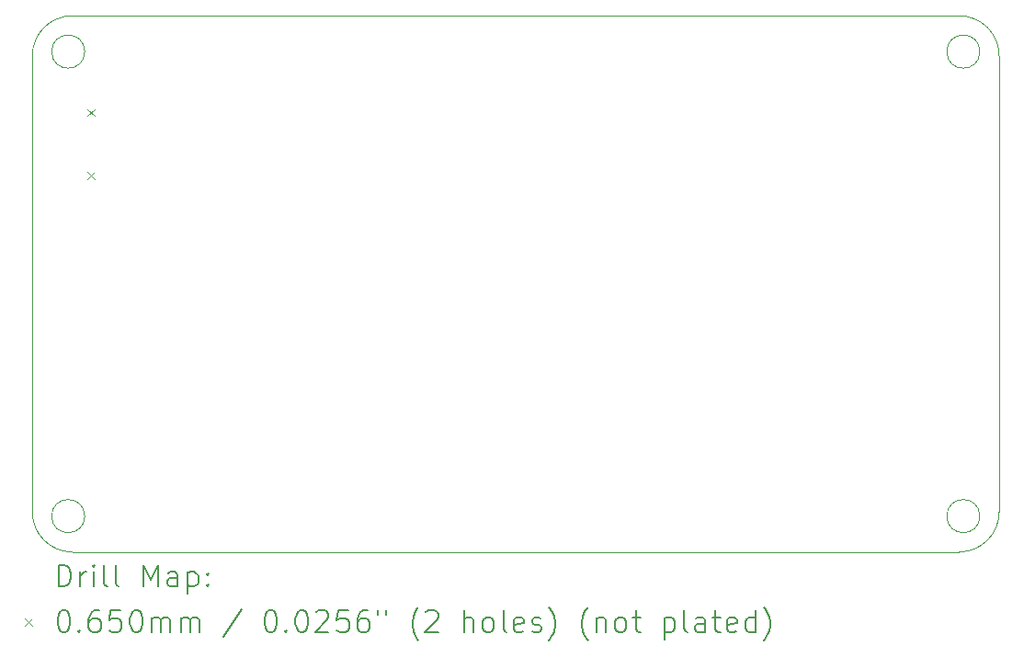
<source format=gbr>
%TF.GenerationSoftware,KiCad,Pcbnew,7.0.1*%
%TF.CreationDate,2023-08-31T11:45:32+03:00*%
%TF.ProjectId,esp32_hotplate_digital,65737033-325f-4686-9f74-706c6174655f,rev?*%
%TF.SameCoordinates,Original*%
%TF.FileFunction,Drillmap*%
%TF.FilePolarity,Positive*%
%FSLAX45Y45*%
G04 Gerber Fmt 4.5, Leading zero omitted, Abs format (unit mm)*
G04 Created by KiCad (PCBNEW 7.0.1) date 2023-08-31 11:45:32*
%MOMM*%
%LPD*%
G01*
G04 APERTURE LIST*
%ADD10C,0.100000*%
%ADD11C,0.200000*%
%ADD12C,0.065000*%
G04 APERTURE END LIST*
D10*
X13070840Y-5461000D02*
G75*
G03*
X13070840Y-5461000I-152400J0D01*
G01*
X4826000Y-5461000D02*
G75*
G03*
X4826000Y-5461000I-152400J0D01*
G01*
X4711700Y-5130800D02*
X12880340Y-5130800D01*
X13070840Y-9740900D02*
G75*
G03*
X13070840Y-9740900I-152400J0D01*
G01*
X12880340Y-10071100D02*
X4711700Y-10071100D01*
X4711700Y-5130800D02*
G75*
G03*
X4343400Y-5499100I0J-368300D01*
G01*
X4343400Y-9702800D02*
X4343400Y-5499100D01*
X13248640Y-5499100D02*
G75*
G03*
X12880340Y-5130800I-368300J0D01*
G01*
X13248640Y-5499100D02*
X13248640Y-9702800D01*
X12880340Y-10071100D02*
G75*
G03*
X13248640Y-9702800I0J368300D01*
G01*
X4343400Y-9702800D02*
G75*
G03*
X4711700Y-10071100I368300J0D01*
G01*
X4826000Y-9740900D02*
G75*
G03*
X4826000Y-9740900I-152400J0D01*
G01*
D11*
D12*
X4850180Y-5990400D02*
X4915180Y-6055400D01*
X4915180Y-5990400D02*
X4850180Y-6055400D01*
X4850180Y-6568400D02*
X4915180Y-6633400D01*
X4915180Y-6568400D02*
X4850180Y-6633400D01*
D11*
X4586019Y-10388624D02*
X4586019Y-10188624D01*
X4586019Y-10188624D02*
X4633638Y-10188624D01*
X4633638Y-10188624D02*
X4662210Y-10198148D01*
X4662210Y-10198148D02*
X4681257Y-10217195D01*
X4681257Y-10217195D02*
X4690781Y-10236243D01*
X4690781Y-10236243D02*
X4700305Y-10274338D01*
X4700305Y-10274338D02*
X4700305Y-10302910D01*
X4700305Y-10302910D02*
X4690781Y-10341005D01*
X4690781Y-10341005D02*
X4681257Y-10360052D01*
X4681257Y-10360052D02*
X4662210Y-10379100D01*
X4662210Y-10379100D02*
X4633638Y-10388624D01*
X4633638Y-10388624D02*
X4586019Y-10388624D01*
X4786019Y-10388624D02*
X4786019Y-10255290D01*
X4786019Y-10293386D02*
X4795543Y-10274338D01*
X4795543Y-10274338D02*
X4805067Y-10264814D01*
X4805067Y-10264814D02*
X4824114Y-10255290D01*
X4824114Y-10255290D02*
X4843162Y-10255290D01*
X4909829Y-10388624D02*
X4909829Y-10255290D01*
X4909829Y-10188624D02*
X4900305Y-10198148D01*
X4900305Y-10198148D02*
X4909829Y-10207671D01*
X4909829Y-10207671D02*
X4919352Y-10198148D01*
X4919352Y-10198148D02*
X4909829Y-10188624D01*
X4909829Y-10188624D02*
X4909829Y-10207671D01*
X5033638Y-10388624D02*
X5014590Y-10379100D01*
X5014590Y-10379100D02*
X5005067Y-10360052D01*
X5005067Y-10360052D02*
X5005067Y-10188624D01*
X5138400Y-10388624D02*
X5119352Y-10379100D01*
X5119352Y-10379100D02*
X5109829Y-10360052D01*
X5109829Y-10360052D02*
X5109829Y-10188624D01*
X5366971Y-10388624D02*
X5366971Y-10188624D01*
X5366971Y-10188624D02*
X5433638Y-10331481D01*
X5433638Y-10331481D02*
X5500305Y-10188624D01*
X5500305Y-10188624D02*
X5500305Y-10388624D01*
X5681257Y-10388624D02*
X5681257Y-10283862D01*
X5681257Y-10283862D02*
X5671733Y-10264814D01*
X5671733Y-10264814D02*
X5652686Y-10255290D01*
X5652686Y-10255290D02*
X5614590Y-10255290D01*
X5614590Y-10255290D02*
X5595543Y-10264814D01*
X5681257Y-10379100D02*
X5662209Y-10388624D01*
X5662209Y-10388624D02*
X5614590Y-10388624D01*
X5614590Y-10388624D02*
X5595543Y-10379100D01*
X5595543Y-10379100D02*
X5586019Y-10360052D01*
X5586019Y-10360052D02*
X5586019Y-10341005D01*
X5586019Y-10341005D02*
X5595543Y-10321957D01*
X5595543Y-10321957D02*
X5614590Y-10312433D01*
X5614590Y-10312433D02*
X5662209Y-10312433D01*
X5662209Y-10312433D02*
X5681257Y-10302910D01*
X5776495Y-10255290D02*
X5776495Y-10455290D01*
X5776495Y-10264814D02*
X5795543Y-10255290D01*
X5795543Y-10255290D02*
X5833638Y-10255290D01*
X5833638Y-10255290D02*
X5852686Y-10264814D01*
X5852686Y-10264814D02*
X5862209Y-10274338D01*
X5862209Y-10274338D02*
X5871733Y-10293386D01*
X5871733Y-10293386D02*
X5871733Y-10350529D01*
X5871733Y-10350529D02*
X5862209Y-10369576D01*
X5862209Y-10369576D02*
X5852686Y-10379100D01*
X5852686Y-10379100D02*
X5833638Y-10388624D01*
X5833638Y-10388624D02*
X5795543Y-10388624D01*
X5795543Y-10388624D02*
X5776495Y-10379100D01*
X5957448Y-10369576D02*
X5966971Y-10379100D01*
X5966971Y-10379100D02*
X5957448Y-10388624D01*
X5957448Y-10388624D02*
X5947924Y-10379100D01*
X5947924Y-10379100D02*
X5957448Y-10369576D01*
X5957448Y-10369576D02*
X5957448Y-10388624D01*
X5957448Y-10264814D02*
X5966971Y-10274338D01*
X5966971Y-10274338D02*
X5957448Y-10283862D01*
X5957448Y-10283862D02*
X5947924Y-10274338D01*
X5947924Y-10274338D02*
X5957448Y-10264814D01*
X5957448Y-10264814D02*
X5957448Y-10283862D01*
D12*
X4273400Y-10683600D02*
X4338400Y-10748600D01*
X4338400Y-10683600D02*
X4273400Y-10748600D01*
D11*
X4624114Y-10608624D02*
X4643162Y-10608624D01*
X4643162Y-10608624D02*
X4662210Y-10618148D01*
X4662210Y-10618148D02*
X4671733Y-10627671D01*
X4671733Y-10627671D02*
X4681257Y-10646719D01*
X4681257Y-10646719D02*
X4690781Y-10684814D01*
X4690781Y-10684814D02*
X4690781Y-10732433D01*
X4690781Y-10732433D02*
X4681257Y-10770529D01*
X4681257Y-10770529D02*
X4671733Y-10789576D01*
X4671733Y-10789576D02*
X4662210Y-10799100D01*
X4662210Y-10799100D02*
X4643162Y-10808624D01*
X4643162Y-10808624D02*
X4624114Y-10808624D01*
X4624114Y-10808624D02*
X4605067Y-10799100D01*
X4605067Y-10799100D02*
X4595543Y-10789576D01*
X4595543Y-10789576D02*
X4586019Y-10770529D01*
X4586019Y-10770529D02*
X4576495Y-10732433D01*
X4576495Y-10732433D02*
X4576495Y-10684814D01*
X4576495Y-10684814D02*
X4586019Y-10646719D01*
X4586019Y-10646719D02*
X4595543Y-10627671D01*
X4595543Y-10627671D02*
X4605067Y-10618148D01*
X4605067Y-10618148D02*
X4624114Y-10608624D01*
X4776495Y-10789576D02*
X4786019Y-10799100D01*
X4786019Y-10799100D02*
X4776495Y-10808624D01*
X4776495Y-10808624D02*
X4766971Y-10799100D01*
X4766971Y-10799100D02*
X4776495Y-10789576D01*
X4776495Y-10789576D02*
X4776495Y-10808624D01*
X4957448Y-10608624D02*
X4919352Y-10608624D01*
X4919352Y-10608624D02*
X4900305Y-10618148D01*
X4900305Y-10618148D02*
X4890781Y-10627671D01*
X4890781Y-10627671D02*
X4871733Y-10656243D01*
X4871733Y-10656243D02*
X4862210Y-10694338D01*
X4862210Y-10694338D02*
X4862210Y-10770529D01*
X4862210Y-10770529D02*
X4871733Y-10789576D01*
X4871733Y-10789576D02*
X4881257Y-10799100D01*
X4881257Y-10799100D02*
X4900305Y-10808624D01*
X4900305Y-10808624D02*
X4938400Y-10808624D01*
X4938400Y-10808624D02*
X4957448Y-10799100D01*
X4957448Y-10799100D02*
X4966971Y-10789576D01*
X4966971Y-10789576D02*
X4976495Y-10770529D01*
X4976495Y-10770529D02*
X4976495Y-10722910D01*
X4976495Y-10722910D02*
X4966971Y-10703862D01*
X4966971Y-10703862D02*
X4957448Y-10694338D01*
X4957448Y-10694338D02*
X4938400Y-10684814D01*
X4938400Y-10684814D02*
X4900305Y-10684814D01*
X4900305Y-10684814D02*
X4881257Y-10694338D01*
X4881257Y-10694338D02*
X4871733Y-10703862D01*
X4871733Y-10703862D02*
X4862210Y-10722910D01*
X5157448Y-10608624D02*
X5062210Y-10608624D01*
X5062210Y-10608624D02*
X5052686Y-10703862D01*
X5052686Y-10703862D02*
X5062210Y-10694338D01*
X5062210Y-10694338D02*
X5081257Y-10684814D01*
X5081257Y-10684814D02*
X5128876Y-10684814D01*
X5128876Y-10684814D02*
X5147924Y-10694338D01*
X5147924Y-10694338D02*
X5157448Y-10703862D01*
X5157448Y-10703862D02*
X5166971Y-10722910D01*
X5166971Y-10722910D02*
X5166971Y-10770529D01*
X5166971Y-10770529D02*
X5157448Y-10789576D01*
X5157448Y-10789576D02*
X5147924Y-10799100D01*
X5147924Y-10799100D02*
X5128876Y-10808624D01*
X5128876Y-10808624D02*
X5081257Y-10808624D01*
X5081257Y-10808624D02*
X5062210Y-10799100D01*
X5062210Y-10799100D02*
X5052686Y-10789576D01*
X5290781Y-10608624D02*
X5309829Y-10608624D01*
X5309829Y-10608624D02*
X5328876Y-10618148D01*
X5328876Y-10618148D02*
X5338400Y-10627671D01*
X5338400Y-10627671D02*
X5347924Y-10646719D01*
X5347924Y-10646719D02*
X5357448Y-10684814D01*
X5357448Y-10684814D02*
X5357448Y-10732433D01*
X5357448Y-10732433D02*
X5347924Y-10770529D01*
X5347924Y-10770529D02*
X5338400Y-10789576D01*
X5338400Y-10789576D02*
X5328876Y-10799100D01*
X5328876Y-10799100D02*
X5309829Y-10808624D01*
X5309829Y-10808624D02*
X5290781Y-10808624D01*
X5290781Y-10808624D02*
X5271733Y-10799100D01*
X5271733Y-10799100D02*
X5262210Y-10789576D01*
X5262210Y-10789576D02*
X5252686Y-10770529D01*
X5252686Y-10770529D02*
X5243162Y-10732433D01*
X5243162Y-10732433D02*
X5243162Y-10684814D01*
X5243162Y-10684814D02*
X5252686Y-10646719D01*
X5252686Y-10646719D02*
X5262210Y-10627671D01*
X5262210Y-10627671D02*
X5271733Y-10618148D01*
X5271733Y-10618148D02*
X5290781Y-10608624D01*
X5443162Y-10808624D02*
X5443162Y-10675290D01*
X5443162Y-10694338D02*
X5452686Y-10684814D01*
X5452686Y-10684814D02*
X5471733Y-10675290D01*
X5471733Y-10675290D02*
X5500305Y-10675290D01*
X5500305Y-10675290D02*
X5519352Y-10684814D01*
X5519352Y-10684814D02*
X5528876Y-10703862D01*
X5528876Y-10703862D02*
X5528876Y-10808624D01*
X5528876Y-10703862D02*
X5538400Y-10684814D01*
X5538400Y-10684814D02*
X5557448Y-10675290D01*
X5557448Y-10675290D02*
X5586019Y-10675290D01*
X5586019Y-10675290D02*
X5605067Y-10684814D01*
X5605067Y-10684814D02*
X5614590Y-10703862D01*
X5614590Y-10703862D02*
X5614590Y-10808624D01*
X5709829Y-10808624D02*
X5709829Y-10675290D01*
X5709829Y-10694338D02*
X5719352Y-10684814D01*
X5719352Y-10684814D02*
X5738400Y-10675290D01*
X5738400Y-10675290D02*
X5766971Y-10675290D01*
X5766971Y-10675290D02*
X5786019Y-10684814D01*
X5786019Y-10684814D02*
X5795543Y-10703862D01*
X5795543Y-10703862D02*
X5795543Y-10808624D01*
X5795543Y-10703862D02*
X5805067Y-10684814D01*
X5805067Y-10684814D02*
X5824114Y-10675290D01*
X5824114Y-10675290D02*
X5852686Y-10675290D01*
X5852686Y-10675290D02*
X5871733Y-10684814D01*
X5871733Y-10684814D02*
X5881257Y-10703862D01*
X5881257Y-10703862D02*
X5881257Y-10808624D01*
X6271733Y-10599100D02*
X6100305Y-10856243D01*
X6528876Y-10608624D02*
X6547924Y-10608624D01*
X6547924Y-10608624D02*
X6566972Y-10618148D01*
X6566972Y-10618148D02*
X6576495Y-10627671D01*
X6576495Y-10627671D02*
X6586019Y-10646719D01*
X6586019Y-10646719D02*
X6595543Y-10684814D01*
X6595543Y-10684814D02*
X6595543Y-10732433D01*
X6595543Y-10732433D02*
X6586019Y-10770529D01*
X6586019Y-10770529D02*
X6576495Y-10789576D01*
X6576495Y-10789576D02*
X6566972Y-10799100D01*
X6566972Y-10799100D02*
X6547924Y-10808624D01*
X6547924Y-10808624D02*
X6528876Y-10808624D01*
X6528876Y-10808624D02*
X6509829Y-10799100D01*
X6509829Y-10799100D02*
X6500305Y-10789576D01*
X6500305Y-10789576D02*
X6490781Y-10770529D01*
X6490781Y-10770529D02*
X6481257Y-10732433D01*
X6481257Y-10732433D02*
X6481257Y-10684814D01*
X6481257Y-10684814D02*
X6490781Y-10646719D01*
X6490781Y-10646719D02*
X6500305Y-10627671D01*
X6500305Y-10627671D02*
X6509829Y-10618148D01*
X6509829Y-10618148D02*
X6528876Y-10608624D01*
X6681257Y-10789576D02*
X6690781Y-10799100D01*
X6690781Y-10799100D02*
X6681257Y-10808624D01*
X6681257Y-10808624D02*
X6671733Y-10799100D01*
X6671733Y-10799100D02*
X6681257Y-10789576D01*
X6681257Y-10789576D02*
X6681257Y-10808624D01*
X6814591Y-10608624D02*
X6833638Y-10608624D01*
X6833638Y-10608624D02*
X6852686Y-10618148D01*
X6852686Y-10618148D02*
X6862210Y-10627671D01*
X6862210Y-10627671D02*
X6871733Y-10646719D01*
X6871733Y-10646719D02*
X6881257Y-10684814D01*
X6881257Y-10684814D02*
X6881257Y-10732433D01*
X6881257Y-10732433D02*
X6871733Y-10770529D01*
X6871733Y-10770529D02*
X6862210Y-10789576D01*
X6862210Y-10789576D02*
X6852686Y-10799100D01*
X6852686Y-10799100D02*
X6833638Y-10808624D01*
X6833638Y-10808624D02*
X6814591Y-10808624D01*
X6814591Y-10808624D02*
X6795543Y-10799100D01*
X6795543Y-10799100D02*
X6786019Y-10789576D01*
X6786019Y-10789576D02*
X6776495Y-10770529D01*
X6776495Y-10770529D02*
X6766972Y-10732433D01*
X6766972Y-10732433D02*
X6766972Y-10684814D01*
X6766972Y-10684814D02*
X6776495Y-10646719D01*
X6776495Y-10646719D02*
X6786019Y-10627671D01*
X6786019Y-10627671D02*
X6795543Y-10618148D01*
X6795543Y-10618148D02*
X6814591Y-10608624D01*
X6957448Y-10627671D02*
X6966972Y-10618148D01*
X6966972Y-10618148D02*
X6986019Y-10608624D01*
X6986019Y-10608624D02*
X7033638Y-10608624D01*
X7033638Y-10608624D02*
X7052686Y-10618148D01*
X7052686Y-10618148D02*
X7062210Y-10627671D01*
X7062210Y-10627671D02*
X7071733Y-10646719D01*
X7071733Y-10646719D02*
X7071733Y-10665767D01*
X7071733Y-10665767D02*
X7062210Y-10694338D01*
X7062210Y-10694338D02*
X6947924Y-10808624D01*
X6947924Y-10808624D02*
X7071733Y-10808624D01*
X7252686Y-10608624D02*
X7157448Y-10608624D01*
X7157448Y-10608624D02*
X7147924Y-10703862D01*
X7147924Y-10703862D02*
X7157448Y-10694338D01*
X7157448Y-10694338D02*
X7176495Y-10684814D01*
X7176495Y-10684814D02*
X7224114Y-10684814D01*
X7224114Y-10684814D02*
X7243162Y-10694338D01*
X7243162Y-10694338D02*
X7252686Y-10703862D01*
X7252686Y-10703862D02*
X7262210Y-10722910D01*
X7262210Y-10722910D02*
X7262210Y-10770529D01*
X7262210Y-10770529D02*
X7252686Y-10789576D01*
X7252686Y-10789576D02*
X7243162Y-10799100D01*
X7243162Y-10799100D02*
X7224114Y-10808624D01*
X7224114Y-10808624D02*
X7176495Y-10808624D01*
X7176495Y-10808624D02*
X7157448Y-10799100D01*
X7157448Y-10799100D02*
X7147924Y-10789576D01*
X7433638Y-10608624D02*
X7395543Y-10608624D01*
X7395543Y-10608624D02*
X7376495Y-10618148D01*
X7376495Y-10618148D02*
X7366972Y-10627671D01*
X7366972Y-10627671D02*
X7347924Y-10656243D01*
X7347924Y-10656243D02*
X7338400Y-10694338D01*
X7338400Y-10694338D02*
X7338400Y-10770529D01*
X7338400Y-10770529D02*
X7347924Y-10789576D01*
X7347924Y-10789576D02*
X7357448Y-10799100D01*
X7357448Y-10799100D02*
X7376495Y-10808624D01*
X7376495Y-10808624D02*
X7414591Y-10808624D01*
X7414591Y-10808624D02*
X7433638Y-10799100D01*
X7433638Y-10799100D02*
X7443162Y-10789576D01*
X7443162Y-10789576D02*
X7452686Y-10770529D01*
X7452686Y-10770529D02*
X7452686Y-10722910D01*
X7452686Y-10722910D02*
X7443162Y-10703862D01*
X7443162Y-10703862D02*
X7433638Y-10694338D01*
X7433638Y-10694338D02*
X7414591Y-10684814D01*
X7414591Y-10684814D02*
X7376495Y-10684814D01*
X7376495Y-10684814D02*
X7357448Y-10694338D01*
X7357448Y-10694338D02*
X7347924Y-10703862D01*
X7347924Y-10703862D02*
X7338400Y-10722910D01*
X7528876Y-10608624D02*
X7528876Y-10646719D01*
X7605067Y-10608624D02*
X7605067Y-10646719D01*
X7900305Y-10884814D02*
X7890781Y-10875290D01*
X7890781Y-10875290D02*
X7871734Y-10846719D01*
X7871734Y-10846719D02*
X7862210Y-10827671D01*
X7862210Y-10827671D02*
X7852686Y-10799100D01*
X7852686Y-10799100D02*
X7843162Y-10751481D01*
X7843162Y-10751481D02*
X7843162Y-10713386D01*
X7843162Y-10713386D02*
X7852686Y-10665767D01*
X7852686Y-10665767D02*
X7862210Y-10637195D01*
X7862210Y-10637195D02*
X7871734Y-10618148D01*
X7871734Y-10618148D02*
X7890781Y-10589576D01*
X7890781Y-10589576D02*
X7900305Y-10580052D01*
X7966972Y-10627671D02*
X7976495Y-10618148D01*
X7976495Y-10618148D02*
X7995543Y-10608624D01*
X7995543Y-10608624D02*
X8043162Y-10608624D01*
X8043162Y-10608624D02*
X8062210Y-10618148D01*
X8062210Y-10618148D02*
X8071734Y-10627671D01*
X8071734Y-10627671D02*
X8081257Y-10646719D01*
X8081257Y-10646719D02*
X8081257Y-10665767D01*
X8081257Y-10665767D02*
X8071734Y-10694338D01*
X8071734Y-10694338D02*
X7957448Y-10808624D01*
X7957448Y-10808624D02*
X8081257Y-10808624D01*
X8319353Y-10808624D02*
X8319353Y-10608624D01*
X8405067Y-10808624D02*
X8405067Y-10703862D01*
X8405067Y-10703862D02*
X8395543Y-10684814D01*
X8395543Y-10684814D02*
X8376496Y-10675290D01*
X8376496Y-10675290D02*
X8347924Y-10675290D01*
X8347924Y-10675290D02*
X8328876Y-10684814D01*
X8328876Y-10684814D02*
X8319353Y-10694338D01*
X8528877Y-10808624D02*
X8509829Y-10799100D01*
X8509829Y-10799100D02*
X8500305Y-10789576D01*
X8500305Y-10789576D02*
X8490781Y-10770529D01*
X8490781Y-10770529D02*
X8490781Y-10713386D01*
X8490781Y-10713386D02*
X8500305Y-10694338D01*
X8500305Y-10694338D02*
X8509829Y-10684814D01*
X8509829Y-10684814D02*
X8528877Y-10675290D01*
X8528877Y-10675290D02*
X8557448Y-10675290D01*
X8557448Y-10675290D02*
X8576496Y-10684814D01*
X8576496Y-10684814D02*
X8586019Y-10694338D01*
X8586019Y-10694338D02*
X8595543Y-10713386D01*
X8595543Y-10713386D02*
X8595543Y-10770529D01*
X8595543Y-10770529D02*
X8586019Y-10789576D01*
X8586019Y-10789576D02*
X8576496Y-10799100D01*
X8576496Y-10799100D02*
X8557448Y-10808624D01*
X8557448Y-10808624D02*
X8528877Y-10808624D01*
X8709829Y-10808624D02*
X8690781Y-10799100D01*
X8690781Y-10799100D02*
X8681258Y-10780052D01*
X8681258Y-10780052D02*
X8681258Y-10608624D01*
X8862210Y-10799100D02*
X8843162Y-10808624D01*
X8843162Y-10808624D02*
X8805067Y-10808624D01*
X8805067Y-10808624D02*
X8786019Y-10799100D01*
X8786019Y-10799100D02*
X8776496Y-10780052D01*
X8776496Y-10780052D02*
X8776496Y-10703862D01*
X8776496Y-10703862D02*
X8786019Y-10684814D01*
X8786019Y-10684814D02*
X8805067Y-10675290D01*
X8805067Y-10675290D02*
X8843162Y-10675290D01*
X8843162Y-10675290D02*
X8862210Y-10684814D01*
X8862210Y-10684814D02*
X8871734Y-10703862D01*
X8871734Y-10703862D02*
X8871734Y-10722910D01*
X8871734Y-10722910D02*
X8776496Y-10741957D01*
X8947924Y-10799100D02*
X8966972Y-10808624D01*
X8966972Y-10808624D02*
X9005067Y-10808624D01*
X9005067Y-10808624D02*
X9024115Y-10799100D01*
X9024115Y-10799100D02*
X9033639Y-10780052D01*
X9033639Y-10780052D02*
X9033639Y-10770529D01*
X9033639Y-10770529D02*
X9024115Y-10751481D01*
X9024115Y-10751481D02*
X9005067Y-10741957D01*
X9005067Y-10741957D02*
X8976496Y-10741957D01*
X8976496Y-10741957D02*
X8957448Y-10732433D01*
X8957448Y-10732433D02*
X8947924Y-10713386D01*
X8947924Y-10713386D02*
X8947924Y-10703862D01*
X8947924Y-10703862D02*
X8957448Y-10684814D01*
X8957448Y-10684814D02*
X8976496Y-10675290D01*
X8976496Y-10675290D02*
X9005067Y-10675290D01*
X9005067Y-10675290D02*
X9024115Y-10684814D01*
X9100305Y-10884814D02*
X9109829Y-10875290D01*
X9109829Y-10875290D02*
X9128877Y-10846719D01*
X9128877Y-10846719D02*
X9138400Y-10827671D01*
X9138400Y-10827671D02*
X9147924Y-10799100D01*
X9147924Y-10799100D02*
X9157448Y-10751481D01*
X9157448Y-10751481D02*
X9157448Y-10713386D01*
X9157448Y-10713386D02*
X9147924Y-10665767D01*
X9147924Y-10665767D02*
X9138400Y-10637195D01*
X9138400Y-10637195D02*
X9128877Y-10618148D01*
X9128877Y-10618148D02*
X9109829Y-10589576D01*
X9109829Y-10589576D02*
X9100305Y-10580052D01*
X9462210Y-10884814D02*
X9452686Y-10875290D01*
X9452686Y-10875290D02*
X9433639Y-10846719D01*
X9433639Y-10846719D02*
X9424115Y-10827671D01*
X9424115Y-10827671D02*
X9414591Y-10799100D01*
X9414591Y-10799100D02*
X9405067Y-10751481D01*
X9405067Y-10751481D02*
X9405067Y-10713386D01*
X9405067Y-10713386D02*
X9414591Y-10665767D01*
X9414591Y-10665767D02*
X9424115Y-10637195D01*
X9424115Y-10637195D02*
X9433639Y-10618148D01*
X9433639Y-10618148D02*
X9452686Y-10589576D01*
X9452686Y-10589576D02*
X9462210Y-10580052D01*
X9538400Y-10675290D02*
X9538400Y-10808624D01*
X9538400Y-10694338D02*
X9547924Y-10684814D01*
X9547924Y-10684814D02*
X9566972Y-10675290D01*
X9566972Y-10675290D02*
X9595543Y-10675290D01*
X9595543Y-10675290D02*
X9614591Y-10684814D01*
X9614591Y-10684814D02*
X9624115Y-10703862D01*
X9624115Y-10703862D02*
X9624115Y-10808624D01*
X9747924Y-10808624D02*
X9728877Y-10799100D01*
X9728877Y-10799100D02*
X9719353Y-10789576D01*
X9719353Y-10789576D02*
X9709829Y-10770529D01*
X9709829Y-10770529D02*
X9709829Y-10713386D01*
X9709829Y-10713386D02*
X9719353Y-10694338D01*
X9719353Y-10694338D02*
X9728877Y-10684814D01*
X9728877Y-10684814D02*
X9747924Y-10675290D01*
X9747924Y-10675290D02*
X9776496Y-10675290D01*
X9776496Y-10675290D02*
X9795543Y-10684814D01*
X9795543Y-10684814D02*
X9805067Y-10694338D01*
X9805067Y-10694338D02*
X9814591Y-10713386D01*
X9814591Y-10713386D02*
X9814591Y-10770529D01*
X9814591Y-10770529D02*
X9805067Y-10789576D01*
X9805067Y-10789576D02*
X9795543Y-10799100D01*
X9795543Y-10799100D02*
X9776496Y-10808624D01*
X9776496Y-10808624D02*
X9747924Y-10808624D01*
X9871734Y-10675290D02*
X9947924Y-10675290D01*
X9900305Y-10608624D02*
X9900305Y-10780052D01*
X9900305Y-10780052D02*
X9909829Y-10799100D01*
X9909829Y-10799100D02*
X9928877Y-10808624D01*
X9928877Y-10808624D02*
X9947924Y-10808624D01*
X10166972Y-10675290D02*
X10166972Y-10875290D01*
X10166972Y-10684814D02*
X10186020Y-10675290D01*
X10186020Y-10675290D02*
X10224115Y-10675290D01*
X10224115Y-10675290D02*
X10243162Y-10684814D01*
X10243162Y-10684814D02*
X10252686Y-10694338D01*
X10252686Y-10694338D02*
X10262210Y-10713386D01*
X10262210Y-10713386D02*
X10262210Y-10770529D01*
X10262210Y-10770529D02*
X10252686Y-10789576D01*
X10252686Y-10789576D02*
X10243162Y-10799100D01*
X10243162Y-10799100D02*
X10224115Y-10808624D01*
X10224115Y-10808624D02*
X10186020Y-10808624D01*
X10186020Y-10808624D02*
X10166972Y-10799100D01*
X10376496Y-10808624D02*
X10357448Y-10799100D01*
X10357448Y-10799100D02*
X10347924Y-10780052D01*
X10347924Y-10780052D02*
X10347924Y-10608624D01*
X10538401Y-10808624D02*
X10538401Y-10703862D01*
X10538401Y-10703862D02*
X10528877Y-10684814D01*
X10528877Y-10684814D02*
X10509829Y-10675290D01*
X10509829Y-10675290D02*
X10471734Y-10675290D01*
X10471734Y-10675290D02*
X10452686Y-10684814D01*
X10538401Y-10799100D02*
X10519353Y-10808624D01*
X10519353Y-10808624D02*
X10471734Y-10808624D01*
X10471734Y-10808624D02*
X10452686Y-10799100D01*
X10452686Y-10799100D02*
X10443162Y-10780052D01*
X10443162Y-10780052D02*
X10443162Y-10761005D01*
X10443162Y-10761005D02*
X10452686Y-10741957D01*
X10452686Y-10741957D02*
X10471734Y-10732433D01*
X10471734Y-10732433D02*
X10519353Y-10732433D01*
X10519353Y-10732433D02*
X10538401Y-10722910D01*
X10605067Y-10675290D02*
X10681258Y-10675290D01*
X10633639Y-10608624D02*
X10633639Y-10780052D01*
X10633639Y-10780052D02*
X10643162Y-10799100D01*
X10643162Y-10799100D02*
X10662210Y-10808624D01*
X10662210Y-10808624D02*
X10681258Y-10808624D01*
X10824115Y-10799100D02*
X10805067Y-10808624D01*
X10805067Y-10808624D02*
X10766972Y-10808624D01*
X10766972Y-10808624D02*
X10747924Y-10799100D01*
X10747924Y-10799100D02*
X10738401Y-10780052D01*
X10738401Y-10780052D02*
X10738401Y-10703862D01*
X10738401Y-10703862D02*
X10747924Y-10684814D01*
X10747924Y-10684814D02*
X10766972Y-10675290D01*
X10766972Y-10675290D02*
X10805067Y-10675290D01*
X10805067Y-10675290D02*
X10824115Y-10684814D01*
X10824115Y-10684814D02*
X10833639Y-10703862D01*
X10833639Y-10703862D02*
X10833639Y-10722910D01*
X10833639Y-10722910D02*
X10738401Y-10741957D01*
X11005067Y-10808624D02*
X11005067Y-10608624D01*
X11005067Y-10799100D02*
X10986020Y-10808624D01*
X10986020Y-10808624D02*
X10947924Y-10808624D01*
X10947924Y-10808624D02*
X10928877Y-10799100D01*
X10928877Y-10799100D02*
X10919353Y-10789576D01*
X10919353Y-10789576D02*
X10909829Y-10770529D01*
X10909829Y-10770529D02*
X10909829Y-10713386D01*
X10909829Y-10713386D02*
X10919353Y-10694338D01*
X10919353Y-10694338D02*
X10928877Y-10684814D01*
X10928877Y-10684814D02*
X10947924Y-10675290D01*
X10947924Y-10675290D02*
X10986020Y-10675290D01*
X10986020Y-10675290D02*
X11005067Y-10684814D01*
X11081258Y-10884814D02*
X11090782Y-10875290D01*
X11090782Y-10875290D02*
X11109829Y-10846719D01*
X11109829Y-10846719D02*
X11119353Y-10827671D01*
X11119353Y-10827671D02*
X11128877Y-10799100D01*
X11128877Y-10799100D02*
X11138401Y-10751481D01*
X11138401Y-10751481D02*
X11138401Y-10713386D01*
X11138401Y-10713386D02*
X11128877Y-10665767D01*
X11128877Y-10665767D02*
X11119353Y-10637195D01*
X11119353Y-10637195D02*
X11109829Y-10618148D01*
X11109829Y-10618148D02*
X11090782Y-10589576D01*
X11090782Y-10589576D02*
X11081258Y-10580052D01*
M02*

</source>
